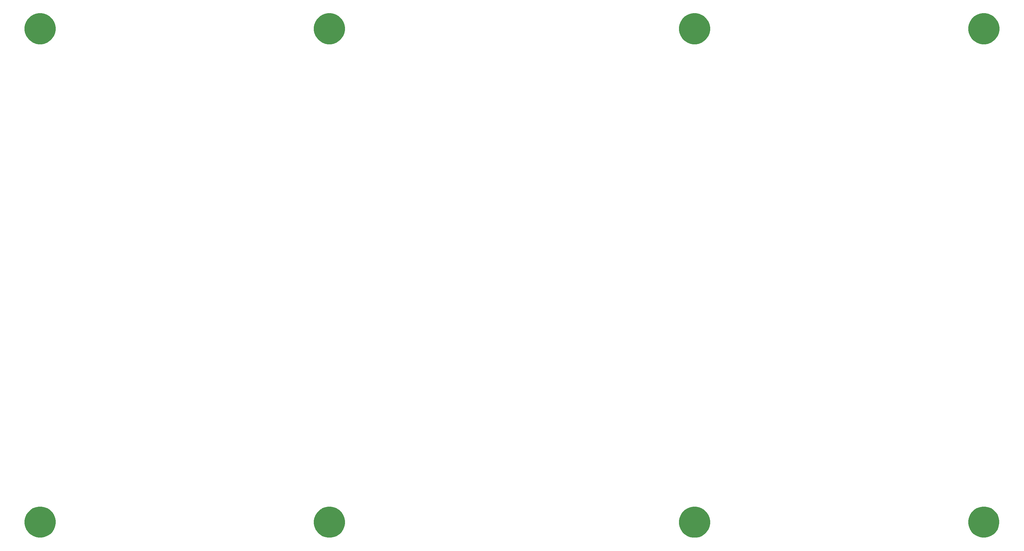
<source format=gbr>
G04 #@! TF.GenerationSoftware,KiCad,Pcbnew,5.1.6*
G04 #@! TF.CreationDate,2020-06-22T06:58:59+02:00*
G04 #@! TF.ProjectId,punk75_plate,70756e6b-3735-45f7-906c-6174652e6b69,rev?*
G04 #@! TF.SameCoordinates,Original*
G04 #@! TF.FileFunction,Soldermask,Top*
G04 #@! TF.FilePolarity,Negative*
%FSLAX46Y46*%
G04 Gerber Fmt 4.6, Leading zero omitted, Abs format (unit mm)*
G04 Created by KiCad (PCBNEW 5.1.6) date 2020-06-22 06:58:59*
%MOMM*%
%LPD*%
G01*
G04 APERTURE LIST*
%ADD10C,0.100000*%
G04 APERTURE END LIST*
D10*
G36*
X274004554Y-231994284D02*
G01*
X274763146Y-232308503D01*
X274787288Y-232318503D01*
X275491728Y-232789195D01*
X276090805Y-233388272D01*
X276561497Y-234092712D01*
X276561498Y-234092714D01*
X276885716Y-234875446D01*
X277051000Y-235706387D01*
X277051000Y-236553613D01*
X276885716Y-237384554D01*
X276885715Y-237384556D01*
X276561497Y-238167288D01*
X276090805Y-238871728D01*
X275491728Y-239470805D01*
X274787288Y-239941497D01*
X274787287Y-239941498D01*
X274787286Y-239941498D01*
X274004554Y-240265716D01*
X273173613Y-240431000D01*
X272326387Y-240431000D01*
X271495446Y-240265716D01*
X270712714Y-239941498D01*
X270712713Y-239941498D01*
X270712712Y-239941497D01*
X270008272Y-239470805D01*
X269409195Y-238871728D01*
X268938503Y-238167288D01*
X268614285Y-237384556D01*
X268614284Y-237384554D01*
X268449000Y-236553613D01*
X268449000Y-235706387D01*
X268614284Y-234875446D01*
X268938502Y-234092714D01*
X268938503Y-234092712D01*
X269409195Y-233388272D01*
X270008272Y-232789195D01*
X270712712Y-232318503D01*
X270736854Y-232308503D01*
X271495446Y-231994284D01*
X272326387Y-231829000D01*
X273173613Y-231829000D01*
X274004554Y-231994284D01*
G37*
G36*
X173024554Y-231984284D02*
G01*
X173783146Y-232298503D01*
X173807288Y-232308503D01*
X174511728Y-232779195D01*
X175110805Y-233378272D01*
X175581497Y-234082712D01*
X175581498Y-234082714D01*
X175905716Y-234865446D01*
X176071000Y-235696387D01*
X176071000Y-236543613D01*
X175905716Y-237374554D01*
X175905715Y-237374556D01*
X175581497Y-238157288D01*
X175110805Y-238861728D01*
X174511728Y-239460805D01*
X173807288Y-239931497D01*
X173807287Y-239931498D01*
X173807286Y-239931498D01*
X173024554Y-240255716D01*
X172193613Y-240421000D01*
X171346387Y-240421000D01*
X170515446Y-240255716D01*
X169732714Y-239931498D01*
X169732713Y-239931498D01*
X169732712Y-239931497D01*
X169028272Y-239460805D01*
X168429195Y-238861728D01*
X167958503Y-238157288D01*
X167634285Y-237374556D01*
X167634284Y-237374554D01*
X167469000Y-236543613D01*
X167469000Y-235696387D01*
X167634284Y-234865446D01*
X167958502Y-234082714D01*
X167958503Y-234082712D01*
X168429195Y-233378272D01*
X169028272Y-232779195D01*
X169732712Y-232308503D01*
X169756854Y-232298503D01*
X170515446Y-231984284D01*
X171346387Y-231819000D01*
X172193613Y-231819000D01*
X173024554Y-231984284D01*
G37*
G36*
X353994554Y-231974284D02*
G01*
X354777286Y-232298502D01*
X354777288Y-232298503D01*
X355481728Y-232769195D01*
X356080805Y-233368272D01*
X356094169Y-233388273D01*
X356551498Y-234072714D01*
X356875716Y-234855446D01*
X357041000Y-235686387D01*
X357041000Y-236533613D01*
X356875716Y-237364554D01*
X356875715Y-237364556D01*
X356551497Y-238147288D01*
X356080805Y-238851728D01*
X355481728Y-239450805D01*
X354777288Y-239921497D01*
X354777287Y-239921498D01*
X354777286Y-239921498D01*
X353994554Y-240245716D01*
X353163613Y-240411000D01*
X352316387Y-240411000D01*
X351485446Y-240245716D01*
X350702714Y-239921498D01*
X350702713Y-239921498D01*
X350702712Y-239921497D01*
X349998272Y-239450805D01*
X349399195Y-238851728D01*
X348928503Y-238147288D01*
X348604285Y-237364556D01*
X348604284Y-237364554D01*
X348439000Y-236533613D01*
X348439000Y-235686387D01*
X348604284Y-234855446D01*
X348928502Y-234072714D01*
X349385831Y-233388273D01*
X349399195Y-233368272D01*
X349998272Y-232769195D01*
X350702712Y-232298503D01*
X350702714Y-232298502D01*
X351485446Y-231974284D01*
X352316387Y-231809000D01*
X353163613Y-231809000D01*
X353994554Y-231974284D01*
G37*
G36*
X93014554Y-231974284D02*
G01*
X93797286Y-232298502D01*
X93797288Y-232298503D01*
X94501728Y-232769195D01*
X95100805Y-233368272D01*
X95114169Y-233388273D01*
X95571498Y-234072714D01*
X95895716Y-234855446D01*
X96061000Y-235686387D01*
X96061000Y-236533613D01*
X95895716Y-237364554D01*
X95895715Y-237364556D01*
X95571497Y-238147288D01*
X95100805Y-238851728D01*
X94501728Y-239450805D01*
X93797288Y-239921497D01*
X93797287Y-239921498D01*
X93797286Y-239921498D01*
X93014554Y-240245716D01*
X92183613Y-240411000D01*
X91336387Y-240411000D01*
X90505446Y-240245716D01*
X89722714Y-239921498D01*
X89722713Y-239921498D01*
X89722712Y-239921497D01*
X89018272Y-239450805D01*
X88419195Y-238851728D01*
X87948503Y-238147288D01*
X87624285Y-237364556D01*
X87624284Y-237364554D01*
X87459000Y-236533613D01*
X87459000Y-235686387D01*
X87624284Y-234855446D01*
X87948502Y-234072714D01*
X88405831Y-233388273D01*
X88419195Y-233368272D01*
X89018272Y-232769195D01*
X89722712Y-232298503D01*
X89722714Y-232298502D01*
X90505446Y-231974284D01*
X91336387Y-231809000D01*
X92183613Y-231809000D01*
X93014554Y-231974284D01*
G37*
G36*
X354004554Y-95364284D02*
G01*
X354739004Y-95668503D01*
X354787288Y-95688503D01*
X355491728Y-96159195D01*
X356090805Y-96758272D01*
X356561497Y-97462712D01*
X356561498Y-97462714D01*
X356885716Y-98245446D01*
X357051000Y-99076387D01*
X357051000Y-99923613D01*
X356885716Y-100754554D01*
X356885715Y-100754556D01*
X356561497Y-101537288D01*
X356090805Y-102241728D01*
X355491728Y-102840805D01*
X354787288Y-103311497D01*
X354787287Y-103311498D01*
X354787286Y-103311498D01*
X354004554Y-103635716D01*
X353173613Y-103801000D01*
X352326387Y-103801000D01*
X351495446Y-103635716D01*
X350712714Y-103311498D01*
X350712713Y-103311498D01*
X350712712Y-103311497D01*
X350008272Y-102840805D01*
X349409195Y-102241728D01*
X348938503Y-101537288D01*
X348614285Y-100754556D01*
X348614284Y-100754554D01*
X348449000Y-99923613D01*
X348449000Y-99076387D01*
X348614284Y-98245446D01*
X348938502Y-97462714D01*
X348938503Y-97462712D01*
X349409195Y-96758272D01*
X350008272Y-96159195D01*
X350712712Y-95688503D01*
X350760996Y-95668503D01*
X351495446Y-95364284D01*
X352326387Y-95199000D01*
X353173613Y-95199000D01*
X354004554Y-95364284D01*
G37*
G36*
X274004554Y-95364284D02*
G01*
X274739004Y-95668503D01*
X274787288Y-95688503D01*
X275491728Y-96159195D01*
X276090805Y-96758272D01*
X276561497Y-97462712D01*
X276561498Y-97462714D01*
X276885716Y-98245446D01*
X277051000Y-99076387D01*
X277051000Y-99923613D01*
X276885716Y-100754554D01*
X276885715Y-100754556D01*
X276561497Y-101537288D01*
X276090805Y-102241728D01*
X275491728Y-102840805D01*
X274787288Y-103311497D01*
X274787287Y-103311498D01*
X274787286Y-103311498D01*
X274004554Y-103635716D01*
X273173613Y-103801000D01*
X272326387Y-103801000D01*
X271495446Y-103635716D01*
X270712714Y-103311498D01*
X270712713Y-103311498D01*
X270712712Y-103311497D01*
X270008272Y-102840805D01*
X269409195Y-102241728D01*
X268938503Y-101537288D01*
X268614285Y-100754556D01*
X268614284Y-100754554D01*
X268449000Y-99923613D01*
X268449000Y-99076387D01*
X268614284Y-98245446D01*
X268938502Y-97462714D01*
X268938503Y-97462712D01*
X269409195Y-96758272D01*
X270008272Y-96159195D01*
X270712712Y-95688503D01*
X270760996Y-95668503D01*
X271495446Y-95364284D01*
X272326387Y-95199000D01*
X273173613Y-95199000D01*
X274004554Y-95364284D01*
G37*
G36*
X173014554Y-95344284D02*
G01*
X173797286Y-95668502D01*
X173797288Y-95668503D01*
X174501728Y-96139195D01*
X175100805Y-96738272D01*
X175114169Y-96758273D01*
X175571498Y-97442714D01*
X175895716Y-98225446D01*
X176061000Y-99056387D01*
X176061000Y-99903613D01*
X175895716Y-100734554D01*
X175895715Y-100734556D01*
X175571497Y-101517288D01*
X175100805Y-102221728D01*
X174501728Y-102820805D01*
X173797288Y-103291497D01*
X173797287Y-103291498D01*
X173797286Y-103291498D01*
X173014554Y-103615716D01*
X172183613Y-103781000D01*
X171336387Y-103781000D01*
X170505446Y-103615716D01*
X169722714Y-103291498D01*
X169722713Y-103291498D01*
X169722712Y-103291497D01*
X169018272Y-102820805D01*
X168419195Y-102221728D01*
X167948503Y-101517288D01*
X167624285Y-100734556D01*
X167624284Y-100734554D01*
X167459000Y-99903613D01*
X167459000Y-99056387D01*
X167624284Y-98225446D01*
X167948502Y-97442714D01*
X168405831Y-96758273D01*
X168419195Y-96738272D01*
X169018272Y-96139195D01*
X169722712Y-95668503D01*
X169722714Y-95668502D01*
X170505446Y-95344284D01*
X171336387Y-95179000D01*
X172183613Y-95179000D01*
X173014554Y-95344284D01*
G37*
G36*
X93004554Y-95344284D02*
G01*
X93787286Y-95668502D01*
X93787288Y-95668503D01*
X94491728Y-96139195D01*
X95090805Y-96738272D01*
X95104169Y-96758273D01*
X95561498Y-97442714D01*
X95885716Y-98225446D01*
X96051000Y-99056387D01*
X96051000Y-99903613D01*
X95885716Y-100734554D01*
X95885715Y-100734556D01*
X95561497Y-101517288D01*
X95090805Y-102221728D01*
X94491728Y-102820805D01*
X93787288Y-103291497D01*
X93787287Y-103291498D01*
X93787286Y-103291498D01*
X93004554Y-103615716D01*
X92173613Y-103781000D01*
X91326387Y-103781000D01*
X90495446Y-103615716D01*
X89712714Y-103291498D01*
X89712713Y-103291498D01*
X89712712Y-103291497D01*
X89008272Y-102820805D01*
X88409195Y-102221728D01*
X87938503Y-101517288D01*
X87614285Y-100734556D01*
X87614284Y-100734554D01*
X87449000Y-99903613D01*
X87449000Y-99056387D01*
X87614284Y-98225446D01*
X87938502Y-97442714D01*
X88395831Y-96758273D01*
X88409195Y-96738272D01*
X89008272Y-96139195D01*
X89712712Y-95668503D01*
X89712714Y-95668502D01*
X90495446Y-95344284D01*
X91326387Y-95179000D01*
X92173613Y-95179000D01*
X93004554Y-95344284D01*
G37*
M02*

</source>
